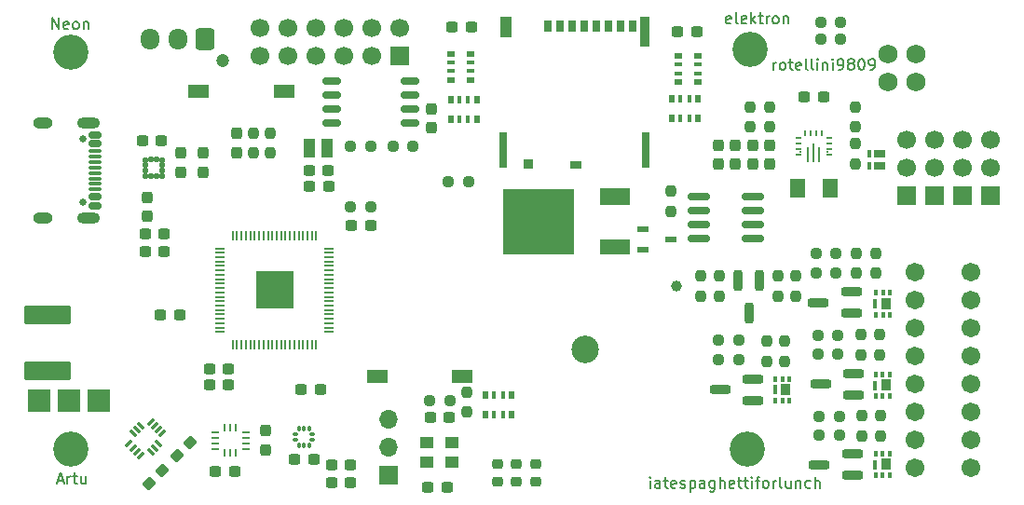
<source format=gbr>
%TF.GenerationSoftware,KiCad,Pcbnew,9.0.7*%
%TF.CreationDate,2026-01-13T15:48:48+01:00*%
%TF.ProjectId,TABv1,54414276-312e-46b6-9963-61645f706362,rev?*%
%TF.SameCoordinates,Original*%
%TF.FileFunction,Soldermask,Top*%
%TF.FilePolarity,Negative*%
%FSLAX46Y46*%
G04 Gerber Fmt 4.6, Leading zero omitted, Abs format (unit mm)*
G04 Created by KiCad (PCBNEW 9.0.7) date 2026-01-13 15:48:48*
%MOMM*%
%LPD*%
G01*
G04 APERTURE LIST*
G04 Aperture macros list*
%AMRoundRect*
0 Rectangle with rounded corners*
0 $1 Rounding radius*
0 $2 $3 $4 $5 $6 $7 $8 $9 X,Y pos of 4 corners*
0 Add a 4 corners polygon primitive as box body*
4,1,4,$2,$3,$4,$5,$6,$7,$8,$9,$2,$3,0*
0 Add four circle primitives for the rounded corners*
1,1,$1+$1,$2,$3*
1,1,$1+$1,$4,$5*
1,1,$1+$1,$6,$7*
1,1,$1+$1,$8,$9*
0 Add four rect primitives between the rounded corners*
20,1,$1+$1,$2,$3,$4,$5,0*
20,1,$1+$1,$4,$5,$6,$7,0*
20,1,$1+$1,$6,$7,$8,$9,0*
20,1,$1+$1,$8,$9,$2,$3,0*%
%AMRotRect*
0 Rectangle, with rotation*
0 The origin of the aperture is its center*
0 $1 length*
0 $2 width*
0 $3 Rotation angle, in degrees counterclockwise*
0 Add horizontal line*
21,1,$1,$2,0,0,$3*%
G04 Aperture macros list end*
%ADD10C,0.150000*%
%ADD11R,2.000000X2.000000*%
%ADD12R,0.250000X0.600000*%
%ADD13R,0.600000X0.250000*%
%ADD14R,0.250000X0.250000*%
%ADD15R,0.250000X1.350000*%
%ADD16R,0.250000X1.700000*%
%ADD17RoundRect,0.237500X-0.237500X0.250000X-0.237500X-0.250000X0.237500X-0.250000X0.237500X0.250000X0*%
%ADD18R,0.800000X0.500000*%
%ADD19R,0.800000X0.400000*%
%ADD20C,3.200000*%
%ADD21RoundRect,0.162500X-0.650000X-0.162500X0.650000X-0.162500X0.650000X0.162500X-0.650000X0.162500X0*%
%ADD22RotRect,0.254000X0.787400X135.000000*%
%ADD23RotRect,0.254000X0.787400X45.000000*%
%ADD24RoundRect,0.237500X0.237500X-0.250000X0.237500X0.250000X-0.237500X0.250000X-0.237500X-0.250000X0*%
%ADD25R,1.300000X1.050000*%
%ADD26C,1.700000*%
%ADD27R,1.700000X1.700000*%
%ADD28RoundRect,0.237500X0.300000X0.237500X-0.300000X0.237500X-0.300000X-0.237500X0.300000X-0.237500X0*%
%ADD29RoundRect,0.218750X0.256250X-0.218750X0.256250X0.218750X-0.256250X0.218750X-0.256250X-0.218750X0*%
%ADD30O,1.700000X1.700000*%
%ADD31R,0.350000X0.500000*%
%ADD32R,0.950000X1.000000*%
%ADD33R,0.300000X0.850000*%
%ADD34RoundRect,0.237500X-0.250000X-0.237500X0.250000X-0.237500X0.250000X0.237500X-0.250000X0.237500X0*%
%ADD35RoundRect,0.237500X-0.237500X0.300000X-0.237500X-0.300000X0.237500X-0.300000X0.237500X0.300000X0*%
%ADD36R,0.700000X1.100000*%
%ADD37R,0.900000X0.930000*%
%ADD38R,1.050000X0.780000*%
%ADD39R,0.700000X3.330000*%
%ADD40R,0.860000X2.800000*%
%ADD41R,1.140000X1.830000*%
%ADD42R,0.500000X0.800000*%
%ADD43R,0.400000X0.800000*%
%ADD44RoundRect,0.237500X-0.300000X-0.237500X0.300000X-0.237500X0.300000X0.237500X-0.300000X0.237500X0*%
%ADD45RoundRect,0.150000X-0.825000X-0.150000X0.825000X-0.150000X0.825000X0.150000X-0.825000X0.150000X0*%
%ADD46R,1.070000X0.600000*%
%ADD47RoundRect,0.200000X0.750000X0.200000X-0.750000X0.200000X-0.750000X-0.200000X0.750000X-0.200000X0*%
%ADD48RoundRect,0.180000X-0.770000X-0.420000X0.770000X-0.420000X0.770000X0.420000X-0.770000X0.420000X0*%
%ADD49RoundRect,0.050000X-0.350000X-0.050000X0.350000X-0.050000X0.350000X0.050000X-0.350000X0.050000X0*%
%ADD50RoundRect,0.050000X-0.050000X-0.350000X0.050000X-0.350000X0.050000X0.350000X-0.050000X0.350000X0*%
%ADD51R,3.400000X3.400000*%
%ADD52R,1.016000X1.803400*%
%ADD53R,0.385000X0.690000*%
%ADD54R,1.035000X0.690000*%
%ADD55RoundRect,0.237500X0.237500X-0.300000X0.237500X0.300000X-0.237500X0.300000X-0.237500X-0.300000X0*%
%ADD56RoundRect,0.097900X0.135400X0.097900X-0.135400X0.097900X-0.135400X-0.097900X0.135400X-0.097900X0*%
%ADD57RoundRect,0.097900X0.097900X0.135400X-0.097900X0.135400X-0.097900X-0.135400X0.097900X-0.135400X0*%
%ADD58RoundRect,0.237500X0.250000X0.237500X-0.250000X0.237500X-0.250000X-0.237500X0.250000X-0.237500X0*%
%ADD59RoundRect,0.237500X0.044194X0.380070X-0.380070X-0.044194X-0.044194X-0.380070X0.380070X0.044194X0*%
%ADD60C,1.000000*%
%ADD61R,0.787400X0.254000*%
%ADD62R,0.254000X0.787400*%
%ADD63R,2.800000X1.350000*%
%ADD64R,2.800000X1.500000*%
%ADD65R,6.500000X6.000000*%
%ADD66RoundRect,0.020800X-0.187500X-0.175000X0.187500X-0.175000X0.187500X0.175000X-0.187500X0.175000X0*%
%ADD67RoundRect,0.020800X0.175000X-0.187500X0.175000X0.187500X-0.175000X0.187500X-0.175000X-0.187500X0*%
%ADD68RoundRect,0.250001X-0.462499X-0.624999X0.462499X-0.624999X0.462499X0.624999X-0.462499X0.624999X0*%
%ADD69RoundRect,0.200000X-0.200000X0.750000X-0.200000X-0.750000X0.200000X-0.750000X0.200000X0.750000X0*%
%ADD70C,0.650000*%
%ADD71RoundRect,0.150000X-0.425000X0.150000X-0.425000X-0.150000X0.425000X-0.150000X0.425000X0.150000X0*%
%ADD72RoundRect,0.075000X-0.500000X0.075000X-0.500000X-0.075000X0.500000X-0.075000X0.500000X0.075000X0*%
%ADD73O,2.100000X1.000000*%
%ADD74O,1.800000X1.000000*%
%ADD75RoundRect,0.237500X-0.044194X-0.380070X0.380070X0.044194X0.044194X0.380070X-0.380070X-0.044194X0*%
%ADD76RoundRect,0.180000X0.770000X0.420000X-0.770000X0.420000X-0.770000X-0.420000X0.770000X-0.420000X0*%
%ADD77C,1.200000*%
%ADD78RoundRect,0.250000X0.600000X0.725000X-0.600000X0.725000X-0.600000X-0.725000X0.600000X-0.725000X0*%
%ADD79O,1.700000X1.950000*%
%ADD80RoundRect,0.050800X-2.032000X0.762000X-2.032000X-0.762000X2.032000X-0.762000X2.032000X0.762000X0*%
%ADD81C,1.701800*%
%ADD82C,1.752600*%
%ADD83C,2.500000*%
G04 APERTURE END LIST*
D10*
X140836779Y-39569819D02*
X140836779Y-38903152D01*
X140836779Y-39093628D02*
X140884398Y-38998390D01*
X140884398Y-38998390D02*
X140932017Y-38950771D01*
X140932017Y-38950771D02*
X141027255Y-38903152D01*
X141027255Y-38903152D02*
X141122493Y-38903152D01*
X141598684Y-39569819D02*
X141503446Y-39522200D01*
X141503446Y-39522200D02*
X141455827Y-39474580D01*
X141455827Y-39474580D02*
X141408208Y-39379342D01*
X141408208Y-39379342D02*
X141408208Y-39093628D01*
X141408208Y-39093628D02*
X141455827Y-38998390D01*
X141455827Y-38998390D02*
X141503446Y-38950771D01*
X141503446Y-38950771D02*
X141598684Y-38903152D01*
X141598684Y-38903152D02*
X141741541Y-38903152D01*
X141741541Y-38903152D02*
X141836779Y-38950771D01*
X141836779Y-38950771D02*
X141884398Y-38998390D01*
X141884398Y-38998390D02*
X141932017Y-39093628D01*
X141932017Y-39093628D02*
X141932017Y-39379342D01*
X141932017Y-39379342D02*
X141884398Y-39474580D01*
X141884398Y-39474580D02*
X141836779Y-39522200D01*
X141836779Y-39522200D02*
X141741541Y-39569819D01*
X141741541Y-39569819D02*
X141598684Y-39569819D01*
X142217732Y-38903152D02*
X142598684Y-38903152D01*
X142360589Y-38569819D02*
X142360589Y-39426961D01*
X142360589Y-39426961D02*
X142408208Y-39522200D01*
X142408208Y-39522200D02*
X142503446Y-39569819D01*
X142503446Y-39569819D02*
X142598684Y-39569819D01*
X143312970Y-39522200D02*
X143217732Y-39569819D01*
X143217732Y-39569819D02*
X143027256Y-39569819D01*
X143027256Y-39569819D02*
X142932018Y-39522200D01*
X142932018Y-39522200D02*
X142884399Y-39426961D01*
X142884399Y-39426961D02*
X142884399Y-39046009D01*
X142884399Y-39046009D02*
X142932018Y-38950771D01*
X142932018Y-38950771D02*
X143027256Y-38903152D01*
X143027256Y-38903152D02*
X143217732Y-38903152D01*
X143217732Y-38903152D02*
X143312970Y-38950771D01*
X143312970Y-38950771D02*
X143360589Y-39046009D01*
X143360589Y-39046009D02*
X143360589Y-39141247D01*
X143360589Y-39141247D02*
X142884399Y-39236485D01*
X143932018Y-39569819D02*
X143836780Y-39522200D01*
X143836780Y-39522200D02*
X143789161Y-39426961D01*
X143789161Y-39426961D02*
X143789161Y-38569819D01*
X144455828Y-39569819D02*
X144360590Y-39522200D01*
X144360590Y-39522200D02*
X144312971Y-39426961D01*
X144312971Y-39426961D02*
X144312971Y-38569819D01*
X144836781Y-39569819D02*
X144836781Y-38903152D01*
X144836781Y-38569819D02*
X144789162Y-38617438D01*
X144789162Y-38617438D02*
X144836781Y-38665057D01*
X144836781Y-38665057D02*
X144884400Y-38617438D01*
X144884400Y-38617438D02*
X144836781Y-38569819D01*
X144836781Y-38569819D02*
X144836781Y-38665057D01*
X145312971Y-38903152D02*
X145312971Y-39569819D01*
X145312971Y-38998390D02*
X145360590Y-38950771D01*
X145360590Y-38950771D02*
X145455828Y-38903152D01*
X145455828Y-38903152D02*
X145598685Y-38903152D01*
X145598685Y-38903152D02*
X145693923Y-38950771D01*
X145693923Y-38950771D02*
X145741542Y-39046009D01*
X145741542Y-39046009D02*
X145741542Y-39569819D01*
X146217733Y-39569819D02*
X146217733Y-38903152D01*
X146217733Y-38569819D02*
X146170114Y-38617438D01*
X146170114Y-38617438D02*
X146217733Y-38665057D01*
X146217733Y-38665057D02*
X146265352Y-38617438D01*
X146265352Y-38617438D02*
X146217733Y-38569819D01*
X146217733Y-38569819D02*
X146217733Y-38665057D01*
X146741542Y-39569819D02*
X146932018Y-39569819D01*
X146932018Y-39569819D02*
X147027256Y-39522200D01*
X147027256Y-39522200D02*
X147074875Y-39474580D01*
X147074875Y-39474580D02*
X147170113Y-39331723D01*
X147170113Y-39331723D02*
X147217732Y-39141247D01*
X147217732Y-39141247D02*
X147217732Y-38760295D01*
X147217732Y-38760295D02*
X147170113Y-38665057D01*
X147170113Y-38665057D02*
X147122494Y-38617438D01*
X147122494Y-38617438D02*
X147027256Y-38569819D01*
X147027256Y-38569819D02*
X146836780Y-38569819D01*
X146836780Y-38569819D02*
X146741542Y-38617438D01*
X146741542Y-38617438D02*
X146693923Y-38665057D01*
X146693923Y-38665057D02*
X146646304Y-38760295D01*
X146646304Y-38760295D02*
X146646304Y-38998390D01*
X146646304Y-38998390D02*
X146693923Y-39093628D01*
X146693923Y-39093628D02*
X146741542Y-39141247D01*
X146741542Y-39141247D02*
X146836780Y-39188866D01*
X146836780Y-39188866D02*
X147027256Y-39188866D01*
X147027256Y-39188866D02*
X147122494Y-39141247D01*
X147122494Y-39141247D02*
X147170113Y-39093628D01*
X147170113Y-39093628D02*
X147217732Y-38998390D01*
X147789161Y-38998390D02*
X147693923Y-38950771D01*
X147693923Y-38950771D02*
X147646304Y-38903152D01*
X147646304Y-38903152D02*
X147598685Y-38807914D01*
X147598685Y-38807914D02*
X147598685Y-38760295D01*
X147598685Y-38760295D02*
X147646304Y-38665057D01*
X147646304Y-38665057D02*
X147693923Y-38617438D01*
X147693923Y-38617438D02*
X147789161Y-38569819D01*
X147789161Y-38569819D02*
X147979637Y-38569819D01*
X147979637Y-38569819D02*
X148074875Y-38617438D01*
X148074875Y-38617438D02*
X148122494Y-38665057D01*
X148122494Y-38665057D02*
X148170113Y-38760295D01*
X148170113Y-38760295D02*
X148170113Y-38807914D01*
X148170113Y-38807914D02*
X148122494Y-38903152D01*
X148122494Y-38903152D02*
X148074875Y-38950771D01*
X148074875Y-38950771D02*
X147979637Y-38998390D01*
X147979637Y-38998390D02*
X147789161Y-38998390D01*
X147789161Y-38998390D02*
X147693923Y-39046009D01*
X147693923Y-39046009D02*
X147646304Y-39093628D01*
X147646304Y-39093628D02*
X147598685Y-39188866D01*
X147598685Y-39188866D02*
X147598685Y-39379342D01*
X147598685Y-39379342D02*
X147646304Y-39474580D01*
X147646304Y-39474580D02*
X147693923Y-39522200D01*
X147693923Y-39522200D02*
X147789161Y-39569819D01*
X147789161Y-39569819D02*
X147979637Y-39569819D01*
X147979637Y-39569819D02*
X148074875Y-39522200D01*
X148074875Y-39522200D02*
X148122494Y-39474580D01*
X148122494Y-39474580D02*
X148170113Y-39379342D01*
X148170113Y-39379342D02*
X148170113Y-39188866D01*
X148170113Y-39188866D02*
X148122494Y-39093628D01*
X148122494Y-39093628D02*
X148074875Y-39046009D01*
X148074875Y-39046009D02*
X147979637Y-38998390D01*
X148789161Y-38569819D02*
X148884399Y-38569819D01*
X148884399Y-38569819D02*
X148979637Y-38617438D01*
X148979637Y-38617438D02*
X149027256Y-38665057D01*
X149027256Y-38665057D02*
X149074875Y-38760295D01*
X149074875Y-38760295D02*
X149122494Y-38950771D01*
X149122494Y-38950771D02*
X149122494Y-39188866D01*
X149122494Y-39188866D02*
X149074875Y-39379342D01*
X149074875Y-39379342D02*
X149027256Y-39474580D01*
X149027256Y-39474580D02*
X148979637Y-39522200D01*
X148979637Y-39522200D02*
X148884399Y-39569819D01*
X148884399Y-39569819D02*
X148789161Y-39569819D01*
X148789161Y-39569819D02*
X148693923Y-39522200D01*
X148693923Y-39522200D02*
X148646304Y-39474580D01*
X148646304Y-39474580D02*
X148598685Y-39379342D01*
X148598685Y-39379342D02*
X148551066Y-39188866D01*
X148551066Y-39188866D02*
X148551066Y-38950771D01*
X148551066Y-38950771D02*
X148598685Y-38760295D01*
X148598685Y-38760295D02*
X148646304Y-38665057D01*
X148646304Y-38665057D02*
X148693923Y-38617438D01*
X148693923Y-38617438D02*
X148789161Y-38569819D01*
X149598685Y-39569819D02*
X149789161Y-39569819D01*
X149789161Y-39569819D02*
X149884399Y-39522200D01*
X149884399Y-39522200D02*
X149932018Y-39474580D01*
X149932018Y-39474580D02*
X150027256Y-39331723D01*
X150027256Y-39331723D02*
X150074875Y-39141247D01*
X150074875Y-39141247D02*
X150074875Y-38760295D01*
X150074875Y-38760295D02*
X150027256Y-38665057D01*
X150027256Y-38665057D02*
X149979637Y-38617438D01*
X149979637Y-38617438D02*
X149884399Y-38569819D01*
X149884399Y-38569819D02*
X149693923Y-38569819D01*
X149693923Y-38569819D02*
X149598685Y-38617438D01*
X149598685Y-38617438D02*
X149551066Y-38665057D01*
X149551066Y-38665057D02*
X149503447Y-38760295D01*
X149503447Y-38760295D02*
X149503447Y-38998390D01*
X149503447Y-38998390D02*
X149551066Y-39093628D01*
X149551066Y-39093628D02*
X149598685Y-39141247D01*
X149598685Y-39141247D02*
X149693923Y-39188866D01*
X149693923Y-39188866D02*
X149884399Y-39188866D01*
X149884399Y-39188866D02*
X149979637Y-39141247D01*
X149979637Y-39141247D02*
X150027256Y-39093628D01*
X150027256Y-39093628D02*
X150074875Y-38998390D01*
X129636779Y-77569819D02*
X129636779Y-76903152D01*
X129636779Y-76569819D02*
X129589160Y-76617438D01*
X129589160Y-76617438D02*
X129636779Y-76665057D01*
X129636779Y-76665057D02*
X129684398Y-76617438D01*
X129684398Y-76617438D02*
X129636779Y-76569819D01*
X129636779Y-76569819D02*
X129636779Y-76665057D01*
X130541540Y-77569819D02*
X130541540Y-77046009D01*
X130541540Y-77046009D02*
X130493921Y-76950771D01*
X130493921Y-76950771D02*
X130398683Y-76903152D01*
X130398683Y-76903152D02*
X130208207Y-76903152D01*
X130208207Y-76903152D02*
X130112969Y-76950771D01*
X130541540Y-77522200D02*
X130446302Y-77569819D01*
X130446302Y-77569819D02*
X130208207Y-77569819D01*
X130208207Y-77569819D02*
X130112969Y-77522200D01*
X130112969Y-77522200D02*
X130065350Y-77426961D01*
X130065350Y-77426961D02*
X130065350Y-77331723D01*
X130065350Y-77331723D02*
X130112969Y-77236485D01*
X130112969Y-77236485D02*
X130208207Y-77188866D01*
X130208207Y-77188866D02*
X130446302Y-77188866D01*
X130446302Y-77188866D02*
X130541540Y-77141247D01*
X130874874Y-76903152D02*
X131255826Y-76903152D01*
X131017731Y-76569819D02*
X131017731Y-77426961D01*
X131017731Y-77426961D02*
X131065350Y-77522200D01*
X131065350Y-77522200D02*
X131160588Y-77569819D01*
X131160588Y-77569819D02*
X131255826Y-77569819D01*
X131970112Y-77522200D02*
X131874874Y-77569819D01*
X131874874Y-77569819D02*
X131684398Y-77569819D01*
X131684398Y-77569819D02*
X131589160Y-77522200D01*
X131589160Y-77522200D02*
X131541541Y-77426961D01*
X131541541Y-77426961D02*
X131541541Y-77046009D01*
X131541541Y-77046009D02*
X131589160Y-76950771D01*
X131589160Y-76950771D02*
X131684398Y-76903152D01*
X131684398Y-76903152D02*
X131874874Y-76903152D01*
X131874874Y-76903152D02*
X131970112Y-76950771D01*
X131970112Y-76950771D02*
X132017731Y-77046009D01*
X132017731Y-77046009D02*
X132017731Y-77141247D01*
X132017731Y-77141247D02*
X131541541Y-77236485D01*
X132398684Y-77522200D02*
X132493922Y-77569819D01*
X132493922Y-77569819D02*
X132684398Y-77569819D01*
X132684398Y-77569819D02*
X132779636Y-77522200D01*
X132779636Y-77522200D02*
X132827255Y-77426961D01*
X132827255Y-77426961D02*
X132827255Y-77379342D01*
X132827255Y-77379342D02*
X132779636Y-77284104D01*
X132779636Y-77284104D02*
X132684398Y-77236485D01*
X132684398Y-77236485D02*
X132541541Y-77236485D01*
X132541541Y-77236485D02*
X132446303Y-77188866D01*
X132446303Y-77188866D02*
X132398684Y-77093628D01*
X132398684Y-77093628D02*
X132398684Y-77046009D01*
X132398684Y-77046009D02*
X132446303Y-76950771D01*
X132446303Y-76950771D02*
X132541541Y-76903152D01*
X132541541Y-76903152D02*
X132684398Y-76903152D01*
X132684398Y-76903152D02*
X132779636Y-76950771D01*
X133255827Y-76903152D02*
X133255827Y-77903152D01*
X133255827Y-76950771D02*
X133351065Y-76903152D01*
X133351065Y-76903152D02*
X133541541Y-76903152D01*
X133541541Y-76903152D02*
X133636779Y-76950771D01*
X133636779Y-76950771D02*
X133684398Y-76998390D01*
X133684398Y-76998390D02*
X133732017Y-77093628D01*
X133732017Y-77093628D02*
X133732017Y-77379342D01*
X133732017Y-77379342D02*
X133684398Y-77474580D01*
X133684398Y-77474580D02*
X133636779Y-77522200D01*
X133636779Y-77522200D02*
X133541541Y-77569819D01*
X133541541Y-77569819D02*
X133351065Y-77569819D01*
X133351065Y-77569819D02*
X133255827Y-77522200D01*
X134589160Y-77569819D02*
X134589160Y-77046009D01*
X134589160Y-77046009D02*
X134541541Y-76950771D01*
X134541541Y-76950771D02*
X134446303Y-76903152D01*
X134446303Y-76903152D02*
X134255827Y-76903152D01*
X134255827Y-76903152D02*
X134160589Y-76950771D01*
X134589160Y-77522200D02*
X134493922Y-77569819D01*
X134493922Y-77569819D02*
X134255827Y-77569819D01*
X134255827Y-77569819D02*
X134160589Y-77522200D01*
X134160589Y-77522200D02*
X134112970Y-77426961D01*
X134112970Y-77426961D02*
X134112970Y-77331723D01*
X134112970Y-77331723D02*
X134160589Y-77236485D01*
X134160589Y-77236485D02*
X134255827Y-77188866D01*
X134255827Y-77188866D02*
X134493922Y-77188866D01*
X134493922Y-77188866D02*
X134589160Y-77141247D01*
X135493922Y-76903152D02*
X135493922Y-77712676D01*
X135493922Y-77712676D02*
X135446303Y-77807914D01*
X135446303Y-77807914D02*
X135398684Y-77855533D01*
X135398684Y-77855533D02*
X135303446Y-77903152D01*
X135303446Y-77903152D02*
X135160589Y-77903152D01*
X135160589Y-77903152D02*
X135065351Y-77855533D01*
X135493922Y-77522200D02*
X135398684Y-77569819D01*
X135398684Y-77569819D02*
X135208208Y-77569819D01*
X135208208Y-77569819D02*
X135112970Y-77522200D01*
X135112970Y-77522200D02*
X135065351Y-77474580D01*
X135065351Y-77474580D02*
X135017732Y-77379342D01*
X135017732Y-77379342D02*
X135017732Y-77093628D01*
X135017732Y-77093628D02*
X135065351Y-76998390D01*
X135065351Y-76998390D02*
X135112970Y-76950771D01*
X135112970Y-76950771D02*
X135208208Y-76903152D01*
X135208208Y-76903152D02*
X135398684Y-76903152D01*
X135398684Y-76903152D02*
X135493922Y-76950771D01*
X135970113Y-77569819D02*
X135970113Y-76569819D01*
X136398684Y-77569819D02*
X136398684Y-77046009D01*
X136398684Y-77046009D02*
X136351065Y-76950771D01*
X136351065Y-76950771D02*
X136255827Y-76903152D01*
X136255827Y-76903152D02*
X136112970Y-76903152D01*
X136112970Y-76903152D02*
X136017732Y-76950771D01*
X136017732Y-76950771D02*
X135970113Y-76998390D01*
X137255827Y-77522200D02*
X137160589Y-77569819D01*
X137160589Y-77569819D02*
X136970113Y-77569819D01*
X136970113Y-77569819D02*
X136874875Y-77522200D01*
X136874875Y-77522200D02*
X136827256Y-77426961D01*
X136827256Y-77426961D02*
X136827256Y-77046009D01*
X136827256Y-77046009D02*
X136874875Y-76950771D01*
X136874875Y-76950771D02*
X136970113Y-76903152D01*
X136970113Y-76903152D02*
X137160589Y-76903152D01*
X137160589Y-76903152D02*
X137255827Y-76950771D01*
X137255827Y-76950771D02*
X137303446Y-77046009D01*
X137303446Y-77046009D02*
X137303446Y-77141247D01*
X137303446Y-77141247D02*
X136827256Y-77236485D01*
X137589161Y-76903152D02*
X137970113Y-76903152D01*
X137732018Y-76569819D02*
X137732018Y-77426961D01*
X137732018Y-77426961D02*
X137779637Y-77522200D01*
X137779637Y-77522200D02*
X137874875Y-77569819D01*
X137874875Y-77569819D02*
X137970113Y-77569819D01*
X138160590Y-76903152D02*
X138541542Y-76903152D01*
X138303447Y-76569819D02*
X138303447Y-77426961D01*
X138303447Y-77426961D02*
X138351066Y-77522200D01*
X138351066Y-77522200D02*
X138446304Y-77569819D01*
X138446304Y-77569819D02*
X138541542Y-77569819D01*
X138874876Y-77569819D02*
X138874876Y-76903152D01*
X138874876Y-76569819D02*
X138827257Y-76617438D01*
X138827257Y-76617438D02*
X138874876Y-76665057D01*
X138874876Y-76665057D02*
X138922495Y-76617438D01*
X138922495Y-76617438D02*
X138874876Y-76569819D01*
X138874876Y-76569819D02*
X138874876Y-76665057D01*
X139208209Y-76903152D02*
X139589161Y-76903152D01*
X139351066Y-77569819D02*
X139351066Y-76712676D01*
X139351066Y-76712676D02*
X139398685Y-76617438D01*
X139398685Y-76617438D02*
X139493923Y-76569819D01*
X139493923Y-76569819D02*
X139589161Y-76569819D01*
X140065352Y-77569819D02*
X139970114Y-77522200D01*
X139970114Y-77522200D02*
X139922495Y-77474580D01*
X139922495Y-77474580D02*
X139874876Y-77379342D01*
X139874876Y-77379342D02*
X139874876Y-77093628D01*
X139874876Y-77093628D02*
X139922495Y-76998390D01*
X139922495Y-76998390D02*
X139970114Y-76950771D01*
X139970114Y-76950771D02*
X140065352Y-76903152D01*
X140065352Y-76903152D02*
X140208209Y-76903152D01*
X140208209Y-76903152D02*
X140303447Y-76950771D01*
X140303447Y-76950771D02*
X140351066Y-76998390D01*
X140351066Y-76998390D02*
X140398685Y-77093628D01*
X140398685Y-77093628D02*
X140398685Y-77379342D01*
X140398685Y-77379342D02*
X140351066Y-77474580D01*
X140351066Y-77474580D02*
X140303447Y-77522200D01*
X140303447Y-77522200D02*
X140208209Y-77569819D01*
X140208209Y-77569819D02*
X140065352Y-77569819D01*
X140827257Y-77569819D02*
X140827257Y-76903152D01*
X140827257Y-77093628D02*
X140874876Y-76998390D01*
X140874876Y-76998390D02*
X140922495Y-76950771D01*
X140922495Y-76950771D02*
X141017733Y-76903152D01*
X141017733Y-76903152D02*
X141112971Y-76903152D01*
X141589162Y-77569819D02*
X141493924Y-77522200D01*
X141493924Y-77522200D02*
X141446305Y-77426961D01*
X141446305Y-77426961D02*
X141446305Y-76569819D01*
X142398686Y-76903152D02*
X142398686Y-77569819D01*
X141970115Y-76903152D02*
X141970115Y-77426961D01*
X141970115Y-77426961D02*
X142017734Y-77522200D01*
X142017734Y-77522200D02*
X142112972Y-77569819D01*
X142112972Y-77569819D02*
X142255829Y-77569819D01*
X142255829Y-77569819D02*
X142351067Y-77522200D01*
X142351067Y-77522200D02*
X142398686Y-77474580D01*
X142874877Y-76903152D02*
X142874877Y-77569819D01*
X142874877Y-76998390D02*
X142922496Y-76950771D01*
X142922496Y-76950771D02*
X143017734Y-76903152D01*
X143017734Y-76903152D02*
X143160591Y-76903152D01*
X143160591Y-76903152D02*
X143255829Y-76950771D01*
X143255829Y-76950771D02*
X143303448Y-77046009D01*
X143303448Y-77046009D02*
X143303448Y-77569819D01*
X144208210Y-77522200D02*
X144112972Y-77569819D01*
X144112972Y-77569819D02*
X143922496Y-77569819D01*
X143922496Y-77569819D02*
X143827258Y-77522200D01*
X143827258Y-77522200D02*
X143779639Y-77474580D01*
X143779639Y-77474580D02*
X143732020Y-77379342D01*
X143732020Y-77379342D02*
X143732020Y-77093628D01*
X143732020Y-77093628D02*
X143779639Y-76998390D01*
X143779639Y-76998390D02*
X143827258Y-76950771D01*
X143827258Y-76950771D02*
X143922496Y-76903152D01*
X143922496Y-76903152D02*
X144112972Y-76903152D01*
X144112972Y-76903152D02*
X144208210Y-76950771D01*
X144636782Y-77569819D02*
X144636782Y-76569819D01*
X145065353Y-77569819D02*
X145065353Y-77046009D01*
X145065353Y-77046009D02*
X145017734Y-76950771D01*
X145017734Y-76950771D02*
X144922496Y-76903152D01*
X144922496Y-76903152D02*
X144779639Y-76903152D01*
X144779639Y-76903152D02*
X144684401Y-76950771D01*
X144684401Y-76950771D02*
X144636782Y-76998390D01*
X136967731Y-35322200D02*
X136872493Y-35369819D01*
X136872493Y-35369819D02*
X136682017Y-35369819D01*
X136682017Y-35369819D02*
X136586779Y-35322200D01*
X136586779Y-35322200D02*
X136539160Y-35226961D01*
X136539160Y-35226961D02*
X136539160Y-34846009D01*
X136539160Y-34846009D02*
X136586779Y-34750771D01*
X136586779Y-34750771D02*
X136682017Y-34703152D01*
X136682017Y-34703152D02*
X136872493Y-34703152D01*
X136872493Y-34703152D02*
X136967731Y-34750771D01*
X136967731Y-34750771D02*
X137015350Y-34846009D01*
X137015350Y-34846009D02*
X137015350Y-34941247D01*
X137015350Y-34941247D02*
X136539160Y-35036485D01*
X137586779Y-35369819D02*
X137491541Y-35322200D01*
X137491541Y-35322200D02*
X137443922Y-35226961D01*
X137443922Y-35226961D02*
X137443922Y-34369819D01*
X138348684Y-35322200D02*
X138253446Y-35369819D01*
X138253446Y-35369819D02*
X138062970Y-35369819D01*
X138062970Y-35369819D02*
X137967732Y-35322200D01*
X137967732Y-35322200D02*
X137920113Y-35226961D01*
X137920113Y-35226961D02*
X137920113Y-34846009D01*
X137920113Y-34846009D02*
X137967732Y-34750771D01*
X137967732Y-34750771D02*
X138062970Y-34703152D01*
X138062970Y-34703152D02*
X138253446Y-34703152D01*
X138253446Y-34703152D02*
X138348684Y-34750771D01*
X138348684Y-34750771D02*
X138396303Y-34846009D01*
X138396303Y-34846009D02*
X138396303Y-34941247D01*
X138396303Y-34941247D02*
X137920113Y-35036485D01*
X138824875Y-35369819D02*
X138824875Y-34369819D01*
X138920113Y-34988866D02*
X139205827Y-35369819D01*
X139205827Y-34703152D02*
X138824875Y-35084104D01*
X139491542Y-34703152D02*
X139872494Y-34703152D01*
X139634399Y-34369819D02*
X139634399Y-35226961D01*
X139634399Y-35226961D02*
X139682018Y-35322200D01*
X139682018Y-35322200D02*
X139777256Y-35369819D01*
X139777256Y-35369819D02*
X139872494Y-35369819D01*
X140205828Y-35369819D02*
X140205828Y-34703152D01*
X140205828Y-34893628D02*
X140253447Y-34798390D01*
X140253447Y-34798390D02*
X140301066Y-34750771D01*
X140301066Y-34750771D02*
X140396304Y-34703152D01*
X140396304Y-34703152D02*
X140491542Y-34703152D01*
X140967733Y-35369819D02*
X140872495Y-35322200D01*
X140872495Y-35322200D02*
X140824876Y-35274580D01*
X140824876Y-35274580D02*
X140777257Y-35179342D01*
X140777257Y-35179342D02*
X140777257Y-34893628D01*
X140777257Y-34893628D02*
X140824876Y-34798390D01*
X140824876Y-34798390D02*
X140872495Y-34750771D01*
X140872495Y-34750771D02*
X140967733Y-34703152D01*
X140967733Y-34703152D02*
X141110590Y-34703152D01*
X141110590Y-34703152D02*
X141205828Y-34750771D01*
X141205828Y-34750771D02*
X141253447Y-34798390D01*
X141253447Y-34798390D02*
X141301066Y-34893628D01*
X141301066Y-34893628D02*
X141301066Y-35179342D01*
X141301066Y-35179342D02*
X141253447Y-35274580D01*
X141253447Y-35274580D02*
X141205828Y-35322200D01*
X141205828Y-35322200D02*
X141110590Y-35369819D01*
X141110590Y-35369819D02*
X140967733Y-35369819D01*
X141729638Y-34703152D02*
X141729638Y-35369819D01*
X141729638Y-34798390D02*
X141777257Y-34750771D01*
X141777257Y-34750771D02*
X141872495Y-34703152D01*
X141872495Y-34703152D02*
X142015352Y-34703152D01*
X142015352Y-34703152D02*
X142110590Y-34750771D01*
X142110590Y-34750771D02*
X142158209Y-34846009D01*
X142158209Y-34846009D02*
X142158209Y-35369819D01*
X75789160Y-76884104D02*
X76265350Y-76884104D01*
X75693922Y-77169819D02*
X76027255Y-76169819D01*
X76027255Y-76169819D02*
X76360588Y-77169819D01*
X76693922Y-77169819D02*
X76693922Y-76503152D01*
X76693922Y-76693628D02*
X76741541Y-76598390D01*
X76741541Y-76598390D02*
X76789160Y-76550771D01*
X76789160Y-76550771D02*
X76884398Y-76503152D01*
X76884398Y-76503152D02*
X76979636Y-76503152D01*
X77170113Y-76503152D02*
X77551065Y-76503152D01*
X77312970Y-76169819D02*
X77312970Y-77026961D01*
X77312970Y-77026961D02*
X77360589Y-77122200D01*
X77360589Y-77122200D02*
X77455827Y-77169819D01*
X77455827Y-77169819D02*
X77551065Y-77169819D01*
X78312970Y-76503152D02*
X78312970Y-77169819D01*
X77884399Y-76503152D02*
X77884399Y-77026961D01*
X77884399Y-77026961D02*
X77932018Y-77122200D01*
X77932018Y-77122200D02*
X78027256Y-77169819D01*
X78027256Y-77169819D02*
X78170113Y-77169819D01*
X78170113Y-77169819D02*
X78265351Y-77122200D01*
X78265351Y-77122200D02*
X78312970Y-77074580D01*
X75336779Y-35869819D02*
X75336779Y-34869819D01*
X75336779Y-34869819D02*
X75908207Y-35869819D01*
X75908207Y-35869819D02*
X75908207Y-34869819D01*
X76765350Y-35822200D02*
X76670112Y-35869819D01*
X76670112Y-35869819D02*
X76479636Y-35869819D01*
X76479636Y-35869819D02*
X76384398Y-35822200D01*
X76384398Y-35822200D02*
X76336779Y-35726961D01*
X76336779Y-35726961D02*
X76336779Y-35346009D01*
X76336779Y-35346009D02*
X76384398Y-35250771D01*
X76384398Y-35250771D02*
X76479636Y-35203152D01*
X76479636Y-35203152D02*
X76670112Y-35203152D01*
X76670112Y-35203152D02*
X76765350Y-35250771D01*
X76765350Y-35250771D02*
X76812969Y-35346009D01*
X76812969Y-35346009D02*
X76812969Y-35441247D01*
X76812969Y-35441247D02*
X76336779Y-35536485D01*
X77384398Y-35869819D02*
X77289160Y-35822200D01*
X77289160Y-35822200D02*
X77241541Y-35774580D01*
X77241541Y-35774580D02*
X77193922Y-35679342D01*
X77193922Y-35679342D02*
X77193922Y-35393628D01*
X77193922Y-35393628D02*
X77241541Y-35298390D01*
X77241541Y-35298390D02*
X77289160Y-35250771D01*
X77289160Y-35250771D02*
X77384398Y-35203152D01*
X77384398Y-35203152D02*
X77527255Y-35203152D01*
X77527255Y-35203152D02*
X77622493Y-35250771D01*
X77622493Y-35250771D02*
X77670112Y-35298390D01*
X77670112Y-35298390D02*
X77717731Y-35393628D01*
X77717731Y-35393628D02*
X77717731Y-35679342D01*
X77717731Y-35679342D02*
X77670112Y-35774580D01*
X77670112Y-35774580D02*
X77622493Y-35822200D01*
X77622493Y-35822200D02*
X77527255Y-35869819D01*
X77527255Y-35869819D02*
X77384398Y-35869819D01*
X78146303Y-35203152D02*
X78146303Y-35869819D01*
X78146303Y-35298390D02*
X78193922Y-35250771D01*
X78193922Y-35250771D02*
X78289160Y-35203152D01*
X78289160Y-35203152D02*
X78432017Y-35203152D01*
X78432017Y-35203152D02*
X78527255Y-35250771D01*
X78527255Y-35250771D02*
X78574874Y-35346009D01*
X78574874Y-35346009D02*
X78574874Y-35869819D01*
D11*
%TO.C,TP7*%
X79500000Y-69600000D03*
%TD*%
%TO.C,TP6*%
X76800000Y-69600000D03*
%TD*%
%TO.C,TP5*%
X74100000Y-69600000D03*
%TD*%
D12*
%TO.C,IC1*%
X145250000Y-45349000D03*
X144750000Y-45349000D03*
X144250000Y-45349000D03*
X143750000Y-45349000D03*
D13*
X143100000Y-45775000D03*
X143100000Y-46275000D03*
X143100000Y-46775000D03*
D14*
X143275000Y-47025000D03*
D13*
X143100000Y-47275000D03*
D15*
X144000000Y-47275000D03*
D16*
X144500000Y-47100000D03*
D15*
X145000000Y-47275000D03*
D13*
X145900000Y-47275000D03*
X145900000Y-46775000D03*
D14*
X145725000Y-47025000D03*
D13*
X145900000Y-46275000D03*
X145900000Y-45775000D03*
%TD*%
D17*
%TO.C,R8*%
X131500000Y-50587500D03*
X131500000Y-52412500D03*
%TD*%
D18*
%TO.C,RN8*%
X132200000Y-38300000D03*
D19*
X132200000Y-39100000D03*
X132200000Y-39900000D03*
D18*
X132200000Y-40700000D03*
X134000000Y-40700000D03*
D19*
X134000000Y-39900000D03*
X134000000Y-39100000D03*
D18*
X134000000Y-38300000D03*
%TD*%
D20*
%TO.C,H1*%
X138750000Y-37750000D03*
%TD*%
D21*
%TO.C,U2*%
X100662500Y-40595000D03*
X100662500Y-41865000D03*
X100662500Y-43135000D03*
X100662500Y-44405000D03*
X107837500Y-44405000D03*
X107837500Y-43135000D03*
X107837500Y-41865000D03*
X107837500Y-40595000D03*
%TD*%
D22*
%TO.C,U4*%
X82272861Y-73566478D03*
X82626415Y-73920032D03*
X82979968Y-74273585D03*
X83333522Y-74627139D03*
D23*
X84263651Y-74270756D03*
X84617203Y-73917203D03*
X84970756Y-73563651D03*
D22*
X85327139Y-72633522D03*
X84973585Y-72279968D03*
X84620032Y-71926415D03*
X84266478Y-71572861D03*
D23*
X83336349Y-71929244D03*
X82982797Y-72282797D03*
X82629244Y-72636349D03*
%TD*%
D20*
%TO.C,H4*%
X138500000Y-74000000D03*
%TD*%
D24*
%TO.C,R34*%
X150480000Y-65462500D03*
X150480000Y-63637500D03*
%TD*%
D25*
%TO.C,Y1*%
X111650000Y-73475000D03*
X109350000Y-73475000D03*
X109350000Y-75225000D03*
X111650000Y-75225000D03*
%TD*%
D26*
%TO.C,J9*%
X152920000Y-45960000D03*
X155460000Y-45960000D03*
X152920000Y-48500000D03*
X155460000Y-48500000D03*
D27*
X152920000Y-51040000D03*
X155460000Y-51040000D03*
%TD*%
D28*
%TO.C,C27*%
X91862500Y-76043700D03*
X90137500Y-76043700D03*
%TD*%
D29*
%TO.C,D7*%
X115750000Y-77000000D03*
X115750000Y-75425000D03*
%TD*%
D27*
%TO.C,J6*%
X105900000Y-76380000D03*
D30*
X105900000Y-73840000D03*
X105900000Y-71300000D03*
%TD*%
D31*
%TO.C,Q13*%
X151429844Y-59824500D03*
X150779844Y-59824500D03*
X150129844Y-59824500D03*
X150129844Y-61824500D03*
X150779844Y-61824500D03*
X151429844Y-61824500D03*
D32*
X151069844Y-60804500D03*
D33*
X150089844Y-60824500D03*
%TD*%
D34*
%TO.C,R35*%
X144687500Y-56281406D03*
X146512500Y-56281406D03*
%TD*%
D28*
%TO.C,C39*%
X102400000Y-77100000D03*
X100675000Y-77100000D03*
%TD*%
%TO.C,C38*%
X99062500Y-75000000D03*
X97337500Y-75000000D03*
%TD*%
D35*
%TO.C,C35*%
X89000000Y-47137500D03*
X89000000Y-48862500D03*
%TD*%
D34*
%TO.C,R32*%
X144887500Y-63700000D03*
X146712500Y-63700000D03*
%TD*%
D28*
%TO.C,C16*%
X111162500Y-77550000D03*
X109437500Y-77550000D03*
%TD*%
D36*
%TO.C,J7*%
X120382500Y-35635000D03*
X121482500Y-35635000D03*
X122582500Y-35635000D03*
X123682500Y-35635000D03*
X124782500Y-35635000D03*
X125882500Y-35635000D03*
X126982500Y-35635000D03*
X128082500Y-35635000D03*
D37*
X118592500Y-48100000D03*
D38*
X122857500Y-48175000D03*
D39*
X129242500Y-46900000D03*
D40*
X129162500Y-36135000D03*
D41*
X116502500Y-35650000D03*
D39*
X116282500Y-46900000D03*
%TD*%
D42*
%TO.C,RN10*%
X117050000Y-69100000D03*
D43*
X116250000Y-69100000D03*
X115450000Y-69100000D03*
D42*
X114650000Y-69100000D03*
X114650000Y-70900000D03*
D43*
X115450000Y-70900000D03*
X116250000Y-70900000D03*
D42*
X117050000Y-70900000D03*
%TD*%
D44*
%TO.C,C9*%
X89600000Y-66730000D03*
X91325000Y-66730000D03*
%TD*%
%TO.C,C2*%
X98700000Y-50200000D03*
X100425000Y-50200000D03*
%TD*%
D24*
%TO.C,R19*%
X135900000Y-60112500D03*
X135900000Y-58287500D03*
%TD*%
D18*
%TO.C,RN6*%
X113300000Y-40500000D03*
D19*
X113300000Y-39700000D03*
X113300000Y-38900000D03*
D18*
X113300000Y-38100000D03*
X111500000Y-38100000D03*
D19*
X111500000Y-38900000D03*
X111500000Y-39700000D03*
D18*
X111500000Y-40500000D03*
%TD*%
D28*
%TO.C,C3*%
X104225000Y-53750000D03*
X102500000Y-53750000D03*
%TD*%
D24*
%TO.C,R15*%
X140250000Y-66068750D03*
X140250000Y-64243750D03*
%TD*%
D44*
%TO.C,C1*%
X98675000Y-48687500D03*
X100400000Y-48687500D03*
%TD*%
D31*
%TO.C,Q11*%
X142300000Y-67656250D03*
X141650000Y-67656250D03*
X141000000Y-67656250D03*
X141000000Y-69656250D03*
X141650000Y-69656250D03*
X142300000Y-69656250D03*
D32*
X141940000Y-68636250D03*
D33*
X140960000Y-68656250D03*
%TD*%
D45*
%TO.C,U7*%
X134025000Y-51095000D03*
X134025000Y-52365000D03*
X134025000Y-53635000D03*
X134025000Y-54905000D03*
X138975000Y-54905000D03*
X138975000Y-53635000D03*
X138975000Y-52365000D03*
X138975000Y-51095000D03*
%TD*%
D46*
%TO.C,Q4*%
X129010000Y-54050000D03*
X129010000Y-55950000D03*
X131490000Y-55000000D03*
%TD*%
D47*
%TO.C,Q8*%
X148111844Y-69104346D03*
X148111844Y-67204346D03*
X145111844Y-68154346D03*
%TD*%
D29*
%TO.C,D6*%
X117500000Y-77000000D03*
X117500000Y-75425000D03*
%TD*%
D34*
%TO.C,R40*%
X111287500Y-49700000D03*
X113112500Y-49700000D03*
%TD*%
D26*
%TO.C,J10*%
X158000000Y-45960000D03*
X160540000Y-45960000D03*
X158000000Y-48500000D03*
X160540000Y-48500000D03*
D27*
X158000000Y-51040000D03*
X160540000Y-51040000D03*
%TD*%
D24*
%TO.C,R23*%
X148300000Y-44762500D03*
X148300000Y-42937500D03*
%TD*%
%TO.C,R17*%
X148780000Y-65475000D03*
X148780000Y-63650000D03*
%TD*%
D34*
%TO.C,R30*%
X135837500Y-64156250D03*
X137662500Y-64156250D03*
%TD*%
D48*
%TO.C,SW1*%
X88625000Y-41500000D03*
X96375000Y-41500000D03*
%TD*%
D24*
%TO.C,R6*%
X95100000Y-47125000D03*
X95100000Y-45300000D03*
%TD*%
D49*
%TO.C,U1*%
X90550000Y-55800000D03*
X90550000Y-56200000D03*
X90550000Y-56600000D03*
X90550000Y-57000000D03*
X90550000Y-57400000D03*
X90550000Y-57800000D03*
X90550000Y-58200000D03*
X90550000Y-58600000D03*
X90550000Y-59000000D03*
X90550000Y-59400000D03*
X90550000Y-59800000D03*
X90550000Y-60200000D03*
X90550000Y-60600000D03*
X90550000Y-61000000D03*
X90550000Y-61400000D03*
X90550000Y-61800000D03*
X90550000Y-62200000D03*
X90550000Y-62600000D03*
X90550000Y-63000000D03*
X90550000Y-63400000D03*
D50*
X91700000Y-64550000D03*
X92100000Y-64550000D03*
X92500000Y-64550000D03*
X92900000Y-64550000D03*
X93300000Y-64550000D03*
X93700000Y-64550000D03*
X94100000Y-64550000D03*
X94500000Y-64550000D03*
X94900000Y-64550000D03*
X95300000Y-64550000D03*
X95700000Y-64550000D03*
X96100000Y-64550000D03*
X96500000Y-64550000D03*
X96900000Y-64550000D03*
X97300000Y-64550000D03*
X97700000Y-64550000D03*
X98100000Y-64550000D03*
X98500000Y-64550000D03*
X98900000Y-64550000D03*
X99300000Y-64550000D03*
D49*
X100450000Y-63400000D03*
X100450000Y-63000000D03*
X100450000Y-62600000D03*
X100450000Y-62200000D03*
X100450000Y-61800000D03*
X100450000Y-61400000D03*
X100450000Y-61000000D03*
X100450000Y-60600000D03*
X100450000Y-60200000D03*
X100450000Y-59800000D03*
X100450000Y-59400000D03*
X100450000Y-59000000D03*
X100450000Y-58600000D03*
X100450000Y-58200000D03*
X100450000Y-57800000D03*
X100450000Y-57400000D03*
X100450000Y-57000000D03*
X100450000Y-56600000D03*
X100450000Y-56200000D03*
X100450000Y-55800000D03*
D50*
X99300000Y-54650000D03*
X98900000Y-54650000D03*
X98500000Y-54650000D03*
X98100000Y-54650000D03*
X97700000Y-54650000D03*
X97300000Y-54650000D03*
X96900000Y-54650000D03*
X96500000Y-54650000D03*
X96100000Y-54650000D03*
X95700000Y-54650000D03*
X95300000Y-54650000D03*
X94900000Y-54650000D03*
X94500000Y-54650000D03*
X94100000Y-54650000D03*
X93700000Y-54650000D03*
X93300000Y-54650000D03*
X92900000Y-54650000D03*
X92500000Y-54650000D03*
X92100000Y-54650000D03*
X91700000Y-54650000D03*
D51*
X95500000Y-59600000D03*
%TD*%
D24*
%TO.C,R12*%
X148900000Y-72812500D03*
X148900000Y-70987500D03*
%TD*%
D20*
%TO.C,H3*%
X77000000Y-74000000D03*
%TD*%
D44*
%TO.C,C10*%
X85150000Y-61875000D03*
X86875000Y-61875000D03*
%TD*%
D24*
%TO.C,R38*%
X150116750Y-58043906D03*
X150116750Y-56218906D03*
%TD*%
D28*
%TO.C,C32*%
X113387500Y-35650000D03*
X111662500Y-35650000D03*
%TD*%
D31*
%TO.C,Q10*%
X151421844Y-74444000D03*
X150771844Y-74444000D03*
X150121844Y-74444000D03*
X150121844Y-76444000D03*
X150771844Y-76444000D03*
X151421844Y-76444000D03*
D32*
X151061844Y-75424000D03*
D33*
X150081844Y-75444000D03*
%TD*%
D24*
%TO.C,R7*%
X112950000Y-70662500D03*
X112950000Y-68837500D03*
%TD*%
%TO.C,R14*%
X150600000Y-72812500D03*
X150600000Y-70987500D03*
%TD*%
D42*
%TO.C,RN9*%
X134000000Y-42200000D03*
D43*
X133200000Y-42200000D03*
X132400000Y-42200000D03*
D42*
X131600000Y-42200000D03*
X131600000Y-44000000D03*
D43*
X132400000Y-44000000D03*
X133200000Y-44000000D03*
D42*
X134000000Y-44000000D03*
%TD*%
D28*
%TO.C,C14*%
X99662500Y-68600000D03*
X97937500Y-68600000D03*
%TD*%
D52*
%TO.C,L1*%
X98674900Y-46687500D03*
X100275100Y-46687500D03*
%TD*%
D44*
%TO.C,C11*%
X89600000Y-68200000D03*
X91325000Y-68200000D03*
%TD*%
D17*
%TO.C,R22*%
X138750000Y-42937500D03*
X138750000Y-44762500D03*
%TD*%
D53*
%TO.C,D2*%
X149531500Y-48300000D03*
D54*
X150443500Y-48300000D03*
%TD*%
D55*
%TO.C,C18*%
X137400000Y-48162500D03*
X137400000Y-46437500D03*
%TD*%
D24*
%TO.C,R37*%
X148396750Y-58043906D03*
X148396750Y-56218906D03*
%TD*%
D56*
%TO.C,U11*%
X98962500Y-73150000D03*
X98962500Y-72650000D03*
D57*
X98700000Y-72137500D03*
X98200000Y-72137500D03*
X97700000Y-72137500D03*
D56*
X97437500Y-72650000D03*
X97437500Y-73150000D03*
D57*
X97700000Y-73662500D03*
X98200000Y-73662500D03*
X98700000Y-73662500D03*
%TD*%
D28*
%TO.C,C34*%
X85225000Y-46000000D03*
X83500000Y-46000000D03*
%TD*%
D58*
%TO.C,R3*%
X108075000Y-46500000D03*
X106250000Y-46500000D03*
%TD*%
D55*
%TO.C,C36*%
X87000000Y-48862500D03*
X87000000Y-47137500D03*
%TD*%
D34*
%TO.C,R27*%
X144987500Y-71100000D03*
X146812500Y-71100000D03*
%TD*%
%TO.C,R4*%
X109600000Y-69650000D03*
X111425000Y-69650000D03*
%TD*%
D59*
%TO.C,C30*%
X85329879Y-75966420D03*
X84110119Y-77186180D03*
%TD*%
D29*
%TO.C,D5*%
X119250000Y-77000000D03*
X119250000Y-75425000D03*
%TD*%
D44*
%TO.C,C17*%
X109637500Y-71150000D03*
X111362500Y-71150000D03*
%TD*%
D42*
%TO.C,RN7*%
X113900000Y-42250000D03*
D43*
X113100000Y-42250000D03*
X112300000Y-42250000D03*
D42*
X111500000Y-42250000D03*
X111500000Y-44050000D03*
D43*
X112300000Y-44050000D03*
X113100000Y-44050000D03*
D42*
X113900000Y-44050000D03*
%TD*%
D53*
%TO.C,D1*%
X149550000Y-47200000D03*
D54*
X150462000Y-47200000D03*
%TD*%
D34*
%TO.C,R1*%
X102425000Y-52000000D03*
X104250000Y-52000000D03*
%TD*%
D60*
%TO.C,TP1*%
X132000000Y-59200000D03*
%TD*%
D61*
%TO.C,U5*%
X90090300Y-72499999D03*
X90090300Y-73000000D03*
X90090300Y-73500000D03*
X90090300Y-74000001D03*
D62*
X91000001Y-74405700D03*
X91500000Y-74405700D03*
X91999999Y-74405700D03*
D61*
X92909700Y-74000001D03*
X92909700Y-73500000D03*
X92909700Y-73000000D03*
X92909700Y-72499999D03*
D62*
X91999999Y-72094300D03*
X91500000Y-72094300D03*
X91000001Y-72094300D03*
%TD*%
D58*
%TO.C,R31*%
X137662500Y-65906250D03*
X135837500Y-65906250D03*
%TD*%
D35*
%TO.C,C21*%
X140500000Y-46437500D03*
X140500000Y-48162500D03*
%TD*%
D24*
%TO.C,R18*%
X134200000Y-60112500D03*
X134200000Y-58287500D03*
%TD*%
%TO.C,R13*%
X141250000Y-60112500D03*
X141250000Y-58287500D03*
%TD*%
D63*
%TO.C,Q1*%
X126480000Y-55690000D03*
D64*
X126480000Y-51110000D03*
D65*
X119520000Y-53380000D03*
%TD*%
D31*
%TO.C,Q12*%
X151420000Y-67250000D03*
X150770000Y-67250000D03*
X150120000Y-67250000D03*
X150120000Y-69250000D03*
X150770000Y-69250000D03*
X151420000Y-69250000D03*
D32*
X151060000Y-68230000D03*
D33*
X150080000Y-68250000D03*
%TD*%
D47*
%TO.C,Q9*%
X147912000Y-61662000D03*
X147912000Y-59762000D03*
X144912000Y-60712000D03*
%TD*%
D34*
%TO.C,R2*%
X102425000Y-46500000D03*
X104250000Y-46500000D03*
%TD*%
D66*
%TO.C,U8*%
X83737500Y-47750000D03*
X83737500Y-48250000D03*
X83737500Y-48750000D03*
X83737500Y-49250000D03*
D67*
X84250000Y-49262500D03*
X84750000Y-49262500D03*
D66*
X85262500Y-49250000D03*
X85262500Y-48750000D03*
X85262500Y-48250000D03*
X85262500Y-47750000D03*
D67*
X84750000Y-47737500D03*
X84250000Y-47737500D03*
%TD*%
D55*
%TO.C,C4*%
X109800000Y-44862500D03*
X109800000Y-43137500D03*
%TD*%
D17*
%TO.C,R20*%
X148300000Y-46287500D03*
X148300000Y-48112500D03*
%TD*%
D68*
%TO.C,L2*%
X143062500Y-50300000D03*
X146037500Y-50300000D03*
%TD*%
D69*
%TO.C,Q5*%
X139550000Y-58700000D03*
X137650000Y-58700000D03*
X138600000Y-61700000D03*
%TD*%
D47*
%TO.C,Q6*%
X148001844Y-76394000D03*
X148001844Y-74494000D03*
X145001844Y-75444000D03*
%TD*%
D58*
%TO.C,R36*%
X146512500Y-58031406D03*
X144687500Y-58031406D03*
%TD*%
D34*
%TO.C,R42*%
X145137500Y-35250000D03*
X146962500Y-35250000D03*
%TD*%
D70*
%TO.C,J1*%
X78115000Y-45810000D03*
X78115000Y-51590000D03*
D71*
X79190000Y-45500000D03*
X79190000Y-46300000D03*
D72*
X79190000Y-47450000D03*
X79190000Y-48450000D03*
X79190000Y-48950000D03*
X79190000Y-49950000D03*
D71*
X79190000Y-51100000D03*
X79190000Y-51900000D03*
X79190000Y-51900000D03*
X79190000Y-51100000D03*
D72*
X79190000Y-50450000D03*
X79190000Y-49450000D03*
X79190000Y-47950000D03*
X79190000Y-46950000D03*
D71*
X79190000Y-46300000D03*
X79190000Y-45500000D03*
D73*
X78615000Y-44380000D03*
D74*
X74435000Y-44380000D03*
D73*
X78615000Y-53020000D03*
D74*
X74435000Y-53020000D03*
%TD*%
D55*
%TO.C,C22*%
X138950000Y-48162500D03*
X138950000Y-46437500D03*
%TD*%
D58*
%TO.C,R33*%
X146712500Y-65400000D03*
X144887500Y-65400000D03*
%TD*%
D75*
%TO.C,C29*%
X86640119Y-74626180D03*
X87859879Y-73406420D03*
%TD*%
D58*
%TO.C,R28*%
X146812500Y-72800000D03*
X144987500Y-72800000D03*
%TD*%
%TO.C,R41*%
X146962500Y-36800000D03*
X145137500Y-36800000D03*
%TD*%
D44*
%TO.C,C20*%
X143637500Y-42050000D03*
X145362500Y-42050000D03*
%TD*%
D47*
%TO.C,Q7*%
X139000000Y-69606250D03*
X139000000Y-67706250D03*
X136000000Y-68656250D03*
%TD*%
D35*
%TO.C,C28*%
X94700000Y-72381200D03*
X94700000Y-74106200D03*
%TD*%
D24*
%TO.C,R5*%
X93600000Y-47125000D03*
X93600000Y-45300000D03*
%TD*%
D76*
%TO.C,SW2*%
X112575000Y-67400000D03*
X104825000Y-67400000D03*
%TD*%
D35*
%TO.C,C5*%
X92100000Y-45350000D03*
X92100000Y-47075000D03*
%TD*%
D24*
%TO.C,R21*%
X140500000Y-44762500D03*
X140500000Y-42937500D03*
%TD*%
D28*
%TO.C,C31*%
X133875000Y-36150000D03*
X132150000Y-36150000D03*
%TD*%
D24*
%TO.C,R16*%
X141850000Y-66068750D03*
X141850000Y-64243750D03*
%TD*%
D35*
%TO.C,C33*%
X83950000Y-51187500D03*
X83950000Y-52912500D03*
%TD*%
D44*
%TO.C,C15*%
X83737500Y-56100000D03*
X85462500Y-56100000D03*
%TD*%
D20*
%TO.C,H2*%
X77000000Y-38000000D03*
%TD*%
D55*
%TO.C,C19*%
X135850000Y-48162500D03*
X135850000Y-46437500D03*
%TD*%
D44*
%TO.C,C12*%
X83775000Y-54500000D03*
X85500000Y-54500000D03*
%TD*%
D28*
%TO.C,C40*%
X102400000Y-75500000D03*
X100675000Y-75500000D03*
%TD*%
D17*
%TO.C,R29*%
X142850000Y-58287500D03*
X142850000Y-60112500D03*
%TD*%
D77*
%TO.C,J11*%
X90800000Y-38750000D03*
D78*
X89200000Y-36750000D03*
D79*
X86700000Y-36750000D03*
X84200000Y-36750000D03*
%TD*%
D27*
%TO.C,J5*%
X106910000Y-38290000D03*
D26*
X106910000Y-35750000D03*
X104370000Y-38290000D03*
X104370000Y-35750000D03*
X101830000Y-38290000D03*
X101830000Y-35750000D03*
X99290000Y-38290000D03*
X99290000Y-35750000D03*
X96750000Y-38290000D03*
X96750000Y-35750000D03*
X94210000Y-38290000D03*
X94210000Y-35750000D03*
%TD*%
D80*
%TO.C,J4*%
X74857000Y-61860000D03*
X74857000Y-66940000D03*
%TD*%
D81*
%TO.C,J15*%
X158795301Y-75769599D03*
X158795301Y-73229599D03*
X158795301Y-70689599D03*
X158795301Y-68149599D03*
X158795301Y-65609599D03*
X158795301Y-63069599D03*
X158795301Y-60529599D03*
X158795301Y-57989599D03*
X153715301Y-75769599D03*
X153715301Y-73229599D03*
X153715301Y-70689599D03*
X153715301Y-68149599D03*
X153715301Y-65609599D03*
X153715301Y-63069599D03*
X153715301Y-60529599D03*
X153715301Y-57989599D03*
%TD*%
D82*
%TO.C,J8*%
X151264452Y-40651100D03*
X151264452Y-38151100D03*
X153764452Y-40651100D03*
X153764452Y-38151100D03*
%TD*%
D83*
%TO.C,ANT1*%
X123750000Y-65000000D03*
%TD*%
M02*

</source>
